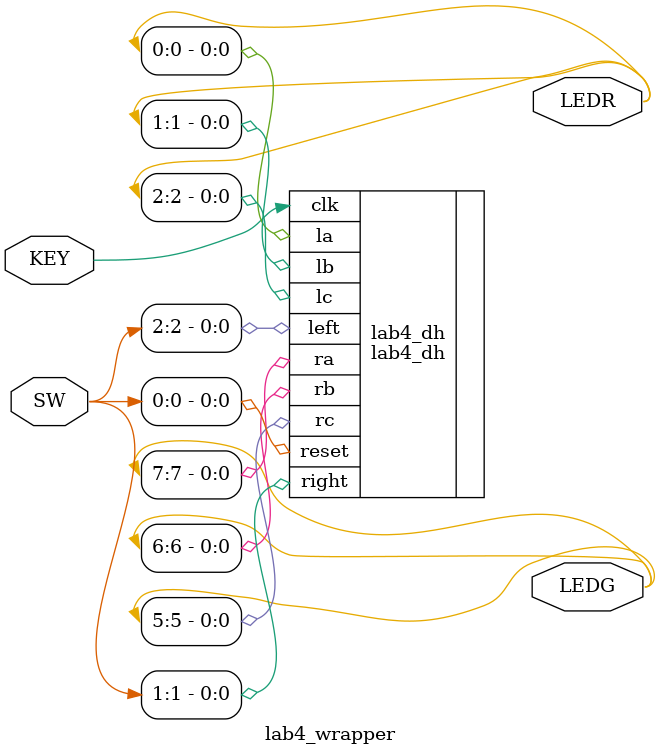
<source format=sv>

module lab4_wrapper(input  logic [2:0] SW,
                    input  logic [0:0]   KEY,
                    output logic [2:0] LEDR,
                    output logic [7:5] LEDG);
          
  // Use Key0 for clk
  // switches for inputs
  // red and green LEDs for output
          
  lab4_dh lab4_dh(.clk(KEY[0]), .reset(SW[0]), .left(SW[2]), .right(SW[1]),
                  .la(LEDR[0]), .lb(LEDR[1]), .lc(LEDR[2]), 
                  .ra(LEDG[7]), .rb(LEDG[6]), .rc(LEDG[5]));
endmodule
</source>
